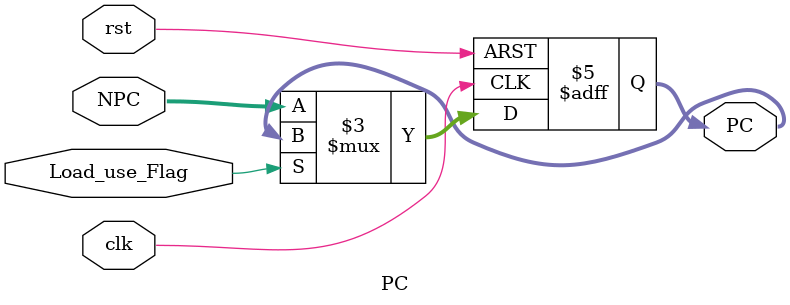
<source format=v>
module PC( clk, rst, NPC, PC,Load_use_Flag );
  input              clk;
  input              rst;
  input       [31:0] NPC;
  input              Load_use_Flag;
  output reg  [31:0] PC;

  always @(posedge clk, posedge rst) begin
    if (rst) begin
       PC <= 32'h0000_0000;
       //$write("\n reset pc = %h: ", PC);
       end
    else if(Load_use_Flag)
    begin
      PC <= PC;
    end
    else
       begin 
         PC <= NPC; 
         //$write("\n pc = %h: ", PC);
       end
  end
  
endmodule


</source>
